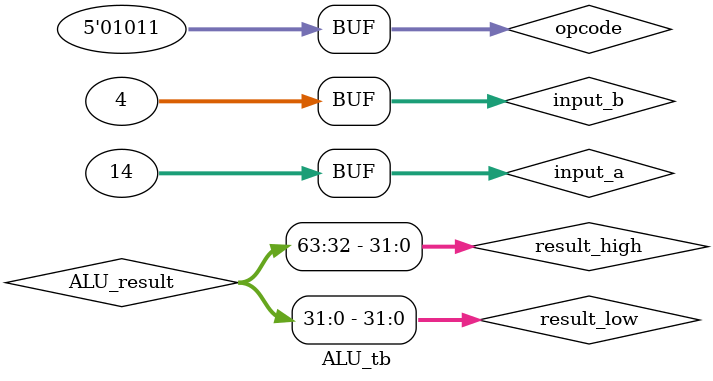
<source format=v>
`timescale 1ns/10ps
module ALU_tb;

	reg clk, clr, IncPC;
	reg [31:0] input_a, input_b;
	reg [4:0] opcode;
	
	wire[63:0] ALU_result;
	reg [31:0] result_low, result_high;
	
	alu ALU_instance(clk,clr,IncPc,input_a, input_b, opcode, ALU_result);			
	
	
	initial
		begin
			//starting out the operations with logical operator, AND OR NOT
			//AND
			input_a <= 5;
			input_b <= 4;
			opcode <= 5'b00101;
			#20
			//OR
			input_a <= 6;
			input_b <= 3;
			opcode <= 5'b00110;
			#20
			//NOT
			input_a <= 5;
			input_b <= 0;
			opcode <= 5'b10010;
			#20
			
			//Negate Operator
			input_a <= 5;
			input_b <= 0;
			opcode <= 5'b10001;
			#20
			
			//Simple Arithmatic Operators
			//Add
			input_a <= 5;
			input_b <= 10;
			opcode <= 5'b00011;
			#20
			//Add negatives
			input_a <= -5;
			input_b <= 8;
			opcode <= 5'b00011;
			#20
			//Two negatives
			input_a <= -55;
			input_b <= -10;
			opcode <= 5'b00011;
			#20
			//Subtract
			input_a <= 75;
			input_b <= 11;
			opcode <= 5'b00100;
			#20
			
			//Multiply and Divide Operators
			//Positive Multiply
			input_a <= 723;
			input_b <= 19;
			opcode <= 5'b01111;
			result_high <= ALU_result[63:32];
			result_low <= ALU_result[31:0];
			#20
			//Negative Multiply
			input_a <= -723;
			input_b <= 19;
			opcode <= 5'b01111;
			result_high <= ALU_result[63:32];
			result_low <= ALU_result[31:0];
			#20
			//Positive Divide
			input_a <= 780;
			input_b <= 40;
			opcode <= 5'b10000;
			result_high <= ALU_result[63:32];
			result_low <= ALU_result[31:0];
			#20
			//Negative Divide
			input_a <= -780;
			input_b <= 40;
			opcode <= 5'b10000;
			result_high <= ALU_result[63:32];
			result_low <= ALU_result[31:0];
			#20
			
			//Rotate and shift operators
			//Shift Right
			input_a <= 5'b00111;
			input_b <= 2;
			opcode <= 5'b00110;
			#20
			//Shift Right Arithmatic
			input_a <= 5'b10111;
			input_b <= 2;
			opcode <= 5'b01000;
			#20
			//Shift left
			input_a <= 10'b0011101110;
			input_b <= 4;
			opcode <= 5'b01001;
			#20
			//Rotate Right
			input_a <= 5'b10111;
			input_b <= 2;
			opcode <= 5'b01010;
			#20
			//Rotate Left
			input_a <= 7'b0001110;
			input_b <= 4;
			opcode <= 5'b01011;
			#20;

		end
	
endmodule

</source>
